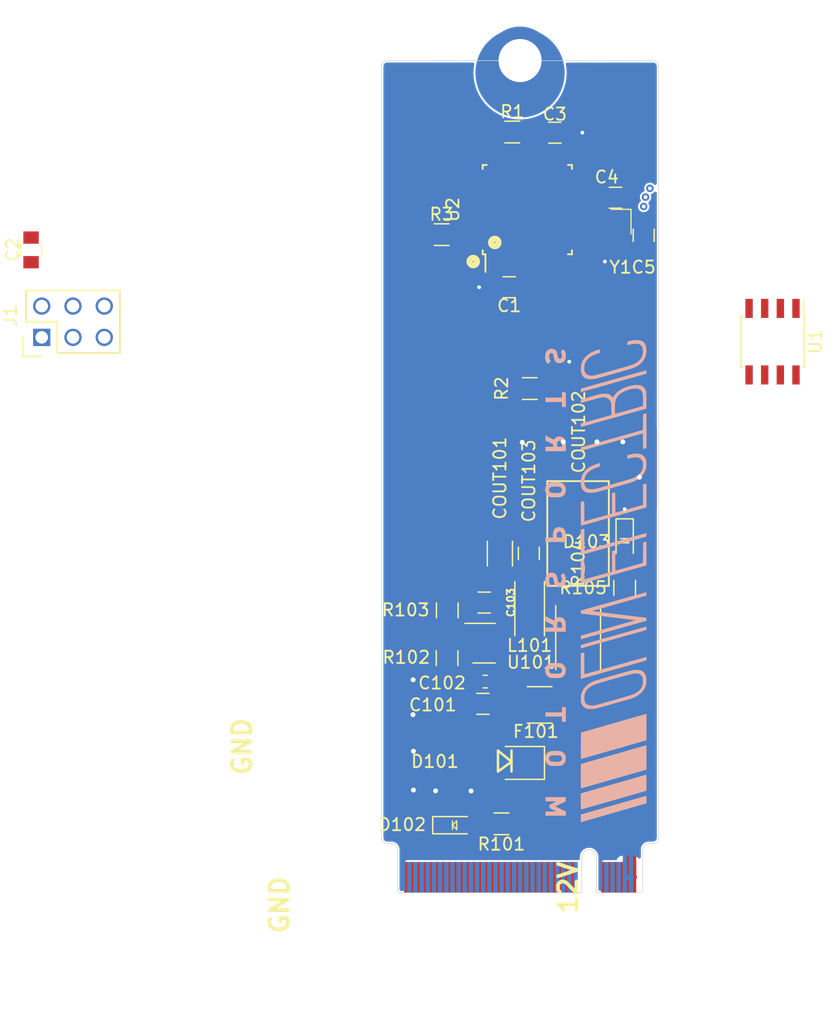
<source format=kicad_pcb>
(kicad_pcb (version 20211014) (generator pcbnew)
  (layers (0 "F.Cu" signal) (31 "B.Cu" signal) (34 "B.Paste" user) (35 "F.Paste" user) (36 "B.SilkS" user "B.Silkscreen") (37 "F.SilkS" user "F.Silkscreen") (38 "B.Mask" user) (39 "F.Mask" user) (44 "Edge.Cuts" user))
  (net 0 "")
  (net 1 "GND")
  (net 2 "Net-(C101-Pad1)")
  (net 3 "Net-(C103-Pad2)")
  (net 4 "Net-(C103-Pad1)")
  (net 5 "Net-(COUT101-Pad1)")
  (net 6 "Net-(D102-Pad2)")
  (net 7 "Net-(D103-Pad2)")
  (net 8 "Net-(R102-Pad1)")
  (net 9 "+5V")
  (net 10 "+BATT")
  (net 11 "Net-(C3-Pad1)")
  (net 12 "Net-(C4-Pad1)")
  (net 13 "Net-(C5-Pad1)")
  (net 14 "/MISO")
  (net 15 "/SCK")
  (net 16 "/MOSI")
  (net 17 "/RESET")
  (net 18 "/CAN_+")
  (net 19 "/CAN_-")
  (net 20 "/CAN_TX")
  (net 21 "/CAN_RX")
  (footprint "footprints:Fuse_1210" (layer "F.Cu") (at 180.07052 136.62614)
    (fp_text reference "F101" (at -0.307 2.159) (layer "F.SilkS"))
    (fp_text value "F_500mA_16V" hide)
    (pad "1" smd rect locked (at -1.45 0) (size 0.9 2.5) (layers "F.Cu" "F.Paste" "F.Mask") (net 2 "Net-(C101-Pad1)"))
    (pad "2" smd rect locked (at 1.45 0) (size 0.9 2.5) (layers "F.Cu" "F.Paste" "F.Mask") (net 10 "+BATT"))
  )
  (footprint "footprints:R_2512_OEM" (layer "F.Cu") (at 183.1976 131.16394 90)
    (fp_text reference "R104" (at 6.0532 0.00608 90) (layer "F.SilkS"))
    (fp_text value "R_0_2512" hide)
    (pad "1" smd rect locked (at -3.1 0 90) (size 1 3.2) (layers "F.Cu" "F.Paste" "F.Mask") (net 9 "+5V"))
    (pad "2" smd rect locked (at 3.1 0 90) (size 1 3.2) (layers "F.Cu" "F.Paste" "F.Mask") (net 5 "Net-(COUT101-Pad1)"))
  )
  (footprint "footprints:SOT-23-6_OEM" (layer "F.Cu") (at 175.55732 131.61454)
    (fp_text reference "U101" (at 3.8092 1.5526) (layer "F.SilkS"))
    (fp_text value "TPS560430YF" hide)
    (pad "1" smd rect locked (at -1.1 -0.95) (size 1.06 0.65) (layers "F.Cu" "F.Paste" "F.Mask") (net 4 "Net-(C103-Pad1)"))
    (pad "2" smd rect locked (at -1.1 0) (size 1.06 0.65) (layers "F.Cu" "F.Paste" "F.Mask") (net 1 "GND"))
    (pad "3" smd rect locked (at -1.1 0.95) (size 1.06 0.65) (layers "F.Cu" "F.Paste" "F.Mask") (net 8 "Net-(R102-Pad1)"))
    (pad "4" smd rect locked (at 1.1 0.95) (size 1.06 0.65) (layers "F.Cu" "F.Paste" "F.Mask") (net 2 "Net-(C101-Pad1)"))
    (pad "5" smd rect locked (at 1.1 0) (size 1.06 0.65) (layers "F.Cu" "F.Paste" "F.Mask") (net 2 "Net-(C101-Pad1)"))
    (pad "6" smd rect locked (at 1.1 -0.95) (size 1.06 0.65) (layers "F.Cu" "F.Paste" "F.Mask") (net 3 "Net-(C103-Pad2)"))
  )
  (footprint "footprints:R_0805_OEM" (layer "F.Cu") (at 186.97592 127.12374 90)
    (fp_text reference "R105" (at 0 -3.375) (layer "F.SilkS"))
    (fp_text value "R_200" hide)
    (pad "1" smd rect locked (at -0.95 0 90) (size 0.7 1.3) (layers "F.Cu" "F.Paste" "F.Mask") (net 5 "Net-(COUT101-Pad1)"))
    (pad "2" smd rect locked (at 0.95 0 90) (size 0.7 1.3) (layers "F.Cu" "F.Paste" "F.Mask") (net 7 "Net-(D103-Pad2)"))
  )
  (footprint "footprints:R_0805_OEM" (layer "F.Cu") (at 172.555 132.83392 -90)
    (fp_text reference "R102" (at -0.06678 3.31348) (layer "F.SilkS"))
    (fp_text value "R_25K" hide)
    (pad "1" smd rect locked (at -0.95 0 270) (size 0.7 1.3) (layers "F.Cu" "F.Paste" "F.Mask") (net 8 "Net-(R102-Pad1)"))
    (pad "2" smd rect locked (at 0.95 0 270) (size 0.7 1.3) (layers "F.Cu" "F.Paste" "F.Mask") (net 1 "GND"))
  )
  (footprint "footprints:Fuse_1812" (layer "F.Cu") (at 183.19252 125.46284 90)
    (fp_text reference "COUT102" (at 10.9957 0.049 90) (layer "F.SilkS"))
    (fp_text value "C_33uF" hide)
    (pad "1" smd rect (at 0 0 90) (size 1.78 3.5) (layers "F.Cu" "F.Paste" "F.Mask") (net 5 "Net-(COUT101-Pad1)"))
    (pad "2" smd rect (at 5.28 0 90) (size 1.78 3.5) (layers "F.Cu" "F.Paste" "F.Mask") (net 1 "GND"))
  )
  (footprint "footprints:C_0805_OEM" (layer "F.Cu") (at 179.19202 124.31984 90)
    (fp_text reference "COUT103" (at 5.8777 -0.0005 90) (layer "F.SilkS"))
    (fp_text value "C_47uF" hide)
    (pad "1" smd rect locked (at -1 0 90) (size 1 1.25) (layers "F.Cu" "F.Paste" "F.Mask") (net 5 "Net-(COUT101-Pad1)"))
    (pad "2" smd rect locked (at 1 0 90) (size 1 1.25) (layers "F.Cu" "F.Paste" "F.Mask") (net 1 "GND"))
  )
  (footprint "footprints:DO-214AA" (layer "F.Cu") (at 177.28702 141.33784 180)
    (fp_text reference "D101" (at 5.7205 0.1207) (layer "F.SilkS"))
    (fp_text value "D_Zener_18V" hide)
    (pad "1" smd rect locked (at -2.032 0) (size 1.778 2.159) (layers "F.Cu" "F.Paste" "F.Mask") (net 2 "Net-(C101-Pad1)"))
    (pad "2" smd rect locked (at 2.032 0) (size 1.778 2.159) (layers "F.Cu" "F.Paste" "F.Mask") (net 1 "GND"))
  )
  (footprint "footprints:LED_0805_OEM" (layer "F.Cu") (at 186.97592 123.32374 -90)
    (fp_text reference "D103" (at 0.05 3.1) (layer "F.SilkS"))
    (fp_text value "LED_0805" hide)
    (pad "1" smd rect locked (at -1.1 0 90) (size 1.2 1.2) (layers "F.Cu" "F.Paste" "F.Mask") (net 1 "GND"))
    (pad "2" smd rect locked (at 1.1 0 90) (size 1.2 1.2) (layers "F.Cu" "F.Paste" "F.Mask") (net 7 "Net-(D103-Pad2)"))
  )
  (footprint "footprints:C_1206_OEM" (layer "F.Cu") (at 176.84252 124.34384 90)
    (fp_text reference "COUT101" (at 6.1267 -0.001 90) (layer "F.SilkS"))
    (fp_text value "C_22uF" hide)
    (pad "1" smd rect locked (at -1.5 0 90) (size 1 1.6) (layers "F.Cu" "F.Paste" "F.Mask") (net 5 "Net-(COUT101-Pad1)"))
    (pad "2" smd rect locked (at 1.5 0 90) (size 1 1.6) (layers "F.Cu" "F.Paste" "F.Mask") (net 1 "GND"))
  )
  (footprint "footprints:LED_0805_OEM" (layer "F.Cu") (at 173.19152 146.39214)
    (fp_text reference "D102" (at -4.275 -0.05) (layer "F.SilkS"))
    (fp_text value "LED_0805" hide)
    (pad "1" smd rect locked (at -1.1 0 180) (size 1.2 1.2) (layers "F.Cu" "F.Paste" "F.Mask") (net 1 "GND"))
    (pad "2" smd rect locked (at 1.1 0 180) (size 1.2 1.2) (layers "F.Cu" "F.Paste" "F.Mask") (net 6 "Net-(D102-Pad2)"))
  )
  (footprint "footprints:C_0805_OEM" (layer "F.Cu") (at 175.57252 128.32034)
    (fp_text reference "C103" (at 2.159 0.0032 90) (layer "F.SilkS") (effects (font (size 0.6 0.6))))
    (fp_text value "C_0.1uF" hide)
    (pad "1" smd rect locked (at -1 0) (size 1 1.25) (layers "F.Cu" "F.Paste" "F.Mask") (net 4 "Net-(C103-Pad1)"))
    (pad "2" smd rect locked (at 1 0) (size 1 1.25) (layers "F.Cu" "F.Paste" "F.Mask") (net 3 "Net-(C103-Pad2)"))
  )
  (footprint "footprints:R_0805_OEM" (layer "F.Cu") (at 172.57024 128.94772 -90)
    (fp_text reference "R103" (at -0.03058 3.37872) (layer "F.SilkS"))
    (fp_text value "R_100K" hide)
    (pad "1" smd rect locked (at -0.95 0 270) (size 0.7 1.3) (layers "F.Cu" "F.Paste" "F.Mask") (net 5 "Net-(COUT101-Pad1)"))
    (pad "2" smd rect locked (at 0.95 0 270) (size 0.7 1.3) (layers "F.Cu" "F.Paste" "F.Mask") (net 8 "Net-(R102-Pad1)"))
  )
  (footprint "footprints:C_0805_OEM" (layer "F.Cu") (at 175.46152 136.53978 180)
    (fp_text reference "C101" (at 4.064 -0.08636) (layer "F.SilkS"))
    (fp_text value "C_0.1uF" hide)
    (pad "1" smd rect locked (at -1 0 180) (size 1 1.25) (layers "F.Cu" "F.Paste" "F.Mask") (net 2 "Net-(C101-Pad1)"))
    (pad "2" smd rect locked (at 1 0 180) (size 1 1.25) (layers "F.Cu" "F.Paste" "F.Mask") (net 1 "GND"))
  )
  (footprint "footprints:C_0603_1608Metric" (layer "F.Cu") (at 175.65202 134.73384 180)
    (fp_text reference "C102" (at 3.5085 -0.1143) (layer "F.SilkS"))
    (fp_text value "C_2.2uF")
    (pad "1" smd roundrect locked (at -0.7875 0 180) (size 0.875 0.95) (layers "F.Cu" "F.Paste" "F.Mask") (net 2 "Net-(C101-Pad1)"))
    (pad "2" smd roundrect locked (at 0.7875 0 180) (size 0.875 0.95) (layers "F.Cu" "F.Paste" "F.Mask") (net 1 "GND"))
  )
  (footprint "footprints:L_100uH_OEM" (layer "F.Cu") (at 179.25806 128.81544 90)
    (fp_text reference "L101" (at -2.9847 -0.00254) (layer "F.SilkS"))
    (fp_text value "L_100uH" hide)
    (pad "1" smd rect (at -1.6 0 90) (size 1.2 2) (layers "F.Cu" "F.Paste" "F.Mask") (net 3 "Net-(C103-Pad2)"))
    (pad "2" smd rect (at 1.6 0 90) (size 1.2 2) (layers "F.Cu" "F.Paste" "F.Mask") (net 5 "Net-(COUT101-Pad1)"))
  )
  (footprint "footprints:R_0805_OEM" (layer "F.Cu") (at 176.96952 146.27814 180)
    (fp_text reference "R101" (at 0 -1.65) (layer "F.SilkS"))
    (fp_text value "R_1K" hide)
    (pad "1" smd rect locked (at -0.95 0 180) (size 0.7 1.3) (layers "F.Cu" "F.Paste" "F.Mask") (net 2 "Net-(C101-Pad1)"))
    (pad "2" smd rect locked (at 0.95 0 180) (size 0.7 1.3) (layers "F.Cu" "F.Paste" "F.Mask") (net 6 "Net-(D102-Pad2)"))
  )
  (footprint "footprints:SOIC-8_3.9x4.9mm_Pitch1.27mm_OEM" (layer "F.Cu") (at 198.9836 107.1372 -90)
    (fp_text reference "U1" (at 0 -3.5 90) (layer "F.SilkS"))
    (fp_text value "MCP2561-E_SN" hide)
    (pad "1" smd rect locked (at -2.7 -1.905 270) (size 1.55 0.6) (layers "F.Cu" "F.Paste" "F.Mask") (net 20 "/CAN_TX"))
    (pad "2" smd rect locked (at -2.7 -0.635 270) (size 1.55 0.6) (layers "F.Cu" "F.Paste" "F.Mask") (net 1 "GND"))
    (pad "3" smd rect locked (at -2.7 0.635 270) (size 1.55 0.6) (layers "F.Cu" "F.Paste" "F.Mask") (net 9 "+5V"))
    (pad "4" smd rect locked (at -2.7 1.905 270) (size 1.55 0.6) (layers "F.Cu" "F.Paste" "F.Mask") (net 21 "/CAN_RX"))
    (pad "5" smd rect locked (at 2.7 1.905 270) (size 1.55 0.6) (layers "F.Cu" "F.Paste" "F.Mask"))
    (pad "6" smd rect locked (at 2.7 0.635 270) (size 1.55 0.6) (layers "F.Cu" "F.Paste" "F.Mask") (net 19 "/CAN_-"))
    (pad "7" smd rect locked (at 2.7 -0.635 270) (size 1.55 0.6) (layers "F.Cu" "F.Paste" "F.Mask") (net 18 "/CAN_+"))
    (pad "8" smd rect locked (at 2.7 -1.905 270) (size 1.55 0.6) (layers "F.Cu" "F.Paste" "F.Mask") (net 1 "GND"))
  )
  (footprint "footprints:R_0805_OEM" (layer "F.Cu") (at 179.2732 110.9472 180)
    (fp_text reference "R2" (at 2.286 0 90) (layer "F.SilkS"))
    (fp_text value "R_120_DNP" hide)
    (pad "1" smd rect locked (at -0.95 0 180) (size 0.7 1.3) (layers "F.Cu" "F.Paste" "F.Mask") (net 18 "/CAN_+"))
    (pad "2" smd rect locked (at 0.95 0 180) (size 0.7 1.3) (layers "F.Cu" "F.Paste" "F.Mask") (net 19 "/CAN_-"))
  )
  (footprint "footprints:M.2_BoardEdge" (layer "F.Cu") (at 167.6908 147.8788)
    (fp_text reference "J2" hide)
    (fp_text value "M.2_BoardEdge" hide)
    (fp_circle (center 10.79 -62.561786) (end 13.79 -62.561786) (layer "B.Cu") (width 1.25) (fill none))
    (fp_poly (pts (xy 13.34 -60.011786) (xy 8.24 -60.011786) (xy 8.24 -65.111786) (xy 13.34 -65.111786)) (layer "B.Cu") (width 0) (fill solid))
    (fp_line (start 20.75 3.8) (end 20.75 0.5) (layer "Edge.Cuts") (width 0.05))
    (fp_line (start 21.59 -63.5508) (end 0 -63.561786) (layer "Edge.Cuts") (width 0.05))
    (fp_line (start 1.05 4) (end 15.8 4) (layer "Edge.Cuts") (width 0.05))
    (fp_line (start 0 0) (end 0.35 0) (layer "Edge.Cuts") (width 0.05))
    (fp_line (start 0.85 0.5) (end 0.85 3.8) (layer "Edge.Cuts") (width 0.05))
    (fp_line (start 17 4) (end 20.55 4) (layer "Edge.Cuts") (width 0.05))
    (fp_line (start 17 1.1) (end 17 4) (layer "Edge.Cuts") (width 0.05))
    (fp_line (start 21.25 0) (end 21.59 0) (layer "Edge.Cuts") (width 0.05))
    (fp_line (start 15.8 1.1) (end 15.8 4) (layer "Edge.Cuts") (width 0.05))
    (fp_arc (start 20.75 0.5) (mid 20.896447 0.146447) (end 21.25 0) (layer "Edge.Cuts") (width 0.05))
    (fp_arc (start 16.4 0.5) (mid 16.824264 0.675736) (end 17 1.1) (layer "Edge.Cuts") (width 0.05))
    (fp_arc (start 1.05 4) (mid 0.908579 3.941421) (end 0.85 3.8) (layer "Edge.Cuts") (width 0.05))
    (fp_arc (start 15.8 1.1) (mid 15.975736 0.675736) (end 16.4 0.5) (layer "Edge.Cuts") (width 0.05))
    (fp_arc (start 20.75 3.8) (mid 20.691421 3.941421) (end 20.55 4) (layer "Edge.Cuts") (width 0.05))
    (fp_arc (start 0.35 0) (mid 0.703553 0.146447) (end 0.85 0.5) (layer "Edge.Cuts") (width 0.05))
    (pad "MOUNTING-HOLE" thru_hole circle locked (at 10.79 -63.561786) (size 5.5 5.5) (drill 3.5) (layers *.Cu *.Mask) (net 1 "GND"))
    (pad "P$1" smd rect (at 20.05 2.75) (size 0.35 2.5) (layers "F.Cu" "F.Paste" "F.Mask") (net 10 "+BATT"))
    (pad "P$2" smd rect (at 19.8 2.75) (size 0.35 2.5) (layers "B.Cu" "B.Paste" "B.Mask") (net 1 "GND"))
    (pad "P$3" smd rect (at 19.55 2.75) (size 0.35 2.5) (layers "F.Cu" "F.Paste" "F.Mask") (net 10 "+BATT"))
    (pad "P$4" smd rect (at 19.3 2.75) (size 0.35 2.5) (layers "B.Cu" "B.Paste" "B.Mask") (net 1 "GND"))
    (pad "P$5" smd rect (at 19.05 2.75) (size 0.35 2.5) (layers "F.Cu" "F.Paste" "F.Mask") (net 18 "/CAN_+"))
    (pad "P$6" smd rect (at 18.8 2.75) (size 0.35 2.5) (layers "B.Cu" "B.Paste" "B.Mask"))
    (pad "P$7" smd rect (at 18.55 2.75) (size 0.35 2.5) (layers "F.Cu" "F.Paste" "F.Mask") (net 19 "/CAN_-"))
    (pad "P$8" smd rect (at 18.3 2.75) (size 0.35 2.5) (layers "B.Cu" "B.Paste" "B.Mask"))
    (pad "P$9" smd rect (at 18.05 2.75) (size 0.35 2.5) (layers "F.Cu" "F.Paste" "F.Mask"))
    (pad "P$10" smd rect (at 17.8 2.75) (size 0.35 2.5) (layers "B.Cu" "B.Paste" "B.Mask"))
    (pad "P$11" smd rect (at 17.55 2.75) (size 0.35 2.5) (layers "F.Cu" "F.Paste" "F.Mask"))
    (pad "P$20" smd rect (at 15.3 2.75) (size 0.35 2.5) (layers "B.Cu" "B.Paste" "B.Mask"))
    (pad "P$21" smd rect (at 15.05 2.75) (size 0.35 2.5) (layers "F.Cu" "F.Paste" "F.Mask"))
    (pad "P$22" smd rect (at 14.8 2.75) (size 0.35 2.5) (layers "B.Cu" "B.Paste" "B.Mask"))
    (pad "P$23" smd rect (at 14.55 2.75) (size 0.35 2.5) (layers "F.Cu" "F.Paste" "F.Mask"))
    (pad "P$24" smd rect (at 14.3 2.75) (size 0.35 2.5) (layers "B.Cu" "B.Paste" "B.Mask"))
    (pad "P$25" smd rect (at 14.05 2.75) (size 0.35 2.5) (layers "F.Cu" "F.Paste" "F.Mask"))
    (pad "P$26" smd rect (at 13.8 2.75) (size 0.35 2.5) (layers "B.Cu" "B.Paste" "B.Mask"))
    (pad "P$27" smd rect (at 13.55 2.75) (size 0.35 2.5) (layers "F.Cu" "F.Paste" "F.Mask"))
    (pad "P$28" smd rect (at 13.3 2.75) (size 0.35 2.5) (layers "B.Cu" "B.Paste" "B.Mask"))
    (pad "P$29" smd rect (at 13.05 2.75) (size 0.35 2.5) (layers "F.Cu" "F.Paste" "F.Mask"))
    (pad "P$30" smd rect (at 12.8 2.75) (size 0.35 2.5) (layers "B.Cu" "B.Paste" "B.Mask"))
    (pad "P$31" smd rect (at 12.55 2.75) (size 0.35 2.5) (layers "F.Cu" "F.Paste" "F.Mask"))
    (pad "P$32" smd rect (at 12.3 2.75) (size 0.35 2.5) (layers "B.Cu" "B.Paste" "B.Mask"))
    (pad "P$33" smd rect (at 12.05 2.75) (size 0.35 2.5) (layers "F.Cu" "F.Paste" "F.Mask"))
    (pad "P$34" smd rect (at 11.8 2.75) (size 0.35 2.5) (layers "B.Cu" "B.Paste" "B.Mask"))
    (pad "P$35" smd rect (at 11.55 2.75) (size 0.35 2.5) (layers "F.Cu" "F.Paste" "F.Mask"))
    (pad "P$36" smd rect (at 11.3 2.75) (size 0.35 2.5) (layers "B.Cu" "B.Paste" "B.Mask"))
    (pad "P$37" smd rect (at 11.05 2.75) (size 0.35 2.5) (layers "F.Cu" "F.Paste" "F.Mask"))
    (pad "P$38" smd rect (at 10.8 2.75) (size 0.35 2.5) (layers "B.Cu" "B.Paste" "B.Mask"))
    (pad "P$39" smd rect (at 10.55 2.75) (size 0.35 2.5) (layers "F.Cu" "F.Paste" "F.Mask"))
    (pad "P$40" smd rect (at 10.3 2.75) (size 0.35 2.5) (layers "B.Cu" "B.Paste" "B.Mask"))
    (pad "P$41" smd rect (at 10.05 2.75) (size 0.35 2.5) (layers "F.Cu" "F.Paste" "F.Mask"))
    (pad "P$42" smd rect (at 9.8 2.75) (size 0.35 2.5) (layers "B.Cu" "B.Paste" "B.Mask"))
    (pad "P$43" smd rect (at 9.55 2.75) (size 0.35 2.5) (layers "F.Cu" "F.Paste" "F.Mask"))
    (pad "P$44" smd rect (at 9.3 2.75) (size 0.35 2.5) (layers "B.Cu" "B.Paste" "B.Mask"))
    (pad "P$45" smd rect (at 9.05 2.75) (size 0.35 2.5) (layers "F.Cu" "F.Paste" "F.Mask"))
    (pad "P$46" smd rect (at 8.8 2.75) (size 0.35 2.5) (layers "B.Cu" "B.Paste" "B.Mask"))
    (pad "P$47" smd rect (at 8.55 2.75) (size 0.35 2.5) (layers "F.Cu" "F.Paste" "F.Mask"))
    (pad "P$48" smd rect (at 8.3 2.75) (size 0.35 2.5) (layers "B.Cu" "B.Paste" "B.Mask"))
    (pad "P$49" smd rect (at 8.05 2.75) (size 0.35 2.5) (layers "F.Cu" "F.Paste" "F.Mask"))
    (pad "P$50" smd rect (at 7.8 2.75) (size 0.35 2.5) (layers "B.Cu" "B.Paste" "B.Mask"))
    (pad "P$51" smd rect (at 7.55 2.75) (size 0.35 2.5) (layers "F.Cu" "F.Paste" "F.Mask"))
    (pad "P$52" smd rect (at 7.3 2.75) (size 0.35 2.5) (layers "B.Cu" "B.Paste" "B.Mask"))
    (pad "P$53" smd rect (at 7.05 2.75) (size 0.35 2.5) (layers "F.Cu" "F.Paste" "F.Mask"))
    (pad "P$54" smd rect (at 6.8 2.75) (size 0.35 2.5) (layers "B.Cu" "B.Paste" "B.Mask"))
    (pad "P$55" smd rect (at 6.55 2.75) (size 0.35 2.5) (layers "F.Cu" "F.Paste" "F.Mask"))
    (pad "P$56" smd rect (at 6.3 2.75) (size 0.35 2.5) (layers "B.Cu" "B.Paste" "B.Mask"))
    (pad "P$57" smd rect (at 6.05 2.75) (size 0.35 2.5) (layers "F.Cu" "F.Paste" "F.Mask"))
    (pad "P$58" smd rect (at 5.8 2.75) (size 0.35 2.5) (layers "B.Cu" "B.Paste" "B.Mask"))
    (pad "P$59" smd rect (at 5.55 2.75) (size 0.35 2.5) (layers "F.Cu" "F.Paste" "F.Mask"))
    (pad "P$60" smd rect (at 5.3 2.75) (size 0.35 2.5) (layers "B.Cu" "B.Paste" "B.Mask"))
    (pad "P$61" smd rect (at 5.05 2.75) (size 0.35 2.5) (layers "F.Cu" "F.Paste" "F.Mask"))
    (pad "P$62" smd rect (at 4.8 2.75) (size 0.35 2.5) (layers "B.Cu" "B.Paste" "B.Mask"))
    (pad "P$63" smd rect (at 4.55 2.75) (size 0.35 2.5) (layers "F.Cu" "F.Paste" "F.Mask"))
    (pad "P$64" smd rect (at 4.3 2.75) (size 0.35 2.5) (layers "B.Cu" "B.Paste" "B.Mask"))
    (pad "P$65" smd rect (at 4.05 2.75) (size 0.35 2.5) (layers "F.Cu" "F.Paste" "F.Mask"))
    (pad "P$66" smd rect (at 3.8 2.75) (size 0.35 2.5) (layers "B.Cu" "B.Paste" "B.Mask"))
    (pad "P$67" smd rect (at 3.55 2.75) (size 0.35 2.5) (layers "F.Cu" "F.Paste" "F.Mask"))
    (pad "P$68" smd rect (at 3.3 2.75) (size 0.35 2.5) (layers "B.Cu" "B.Paste" "B.Mask"))
    (pad "P$69" smd rect (at 3.05 2.75) (size 0.35 2.5) (layers "F.Cu" "F.Paste" "F.Mask"))
    (pad "P$70" smd rect (at 2.8 2.75) (size 0.35 2.5) (layers "B.Cu" "B.Paste" "B.Mask"))
    (pad "P$71" smd rect (at 2.55 2.75) (size 0.35 2.5) (layers "F.Cu" "F.Paste" "F.Mask"))
    (pad "P$72" smd rect (at 2.3 2.75) (size 0.35 2.5) (layers "B.Cu" "B.Paste" "B.Mask"))
    (pad "P$73" smd rect (at 2.05 2.75) (size 0.35 2.5) (layers "F.Cu" "F.Paste" "F.Mask"))
    (pad "P$74" smd rect (at 1.8 2.75) (size 0.35 2.5) (layers "B.Cu" "B.Paste" "B.Mask"))
    (pad "P$75" smd rect (at 1.55 2.75) (size 0.35 2.5) (layers "F.Cu" "F.Paste" "F.Mask"))
  )
  (footprint "footprints:C_0805_OEM" (layer "F.Cu") (at 186.2328 95.4532)
    (fp_text reference "C4" (at -0.7112 -1.6764 180) (layer "F.SilkS"))
    (fp_text value "C_30pF" hide)
    (pad "1" smd rect locked (at -1 0) (size 1 1.25) (layers "F.Cu" "F.Paste" "F.Mask") (net 12 "Net-(C4-Pad1)"))
    (pad "2" smd rect locked (at 1 0) (size 1 1.25) (layers "F.Cu" "F.Paste" "F.Mask") (net 1 "GND"))
  )
  (footprint "footprints:C_0805_OEM" (layer "F.Cu") (at 138.7688 99.6888 90)
    (fp_text reference "C2" (at 0 -1.5 90) (layer "F.SilkS"))
    (fp_text value "C_0.1uF" hide)
    (pad "1" smd rect locked (at -1 0 90) (size 1 1.25) (layers "F.Cu" "F.Paste" "F.Mask") (net 9 "+5V"))
    (pad "2" smd rect locked (at 1 0 90) (size 1 1.25) (layers "F.Cu" "F.Paste" "F.Mask") (net 1 "GND"))
  )
  (footprint "footprints:C_0805_OEM" (layer "F.Cu") (at 177.5968 102.7176 180)
    (fp_text reference "C1" (at 0 -1.5) (layer "F.SilkS"))
    (fp_text value "C_0.1uF" hide)
    (pad "1" smd rect locked (at -1 0 180) (size 1 1.25) (layers "F.Cu" "F.Paste" "F.Mask") (net 9 "+5V"))
    (pad "2" smd rect locked (at 1 0 180) (size 1 1.25) (layers "F.Cu" "F.Paste" "F.Mask") (net 1 "GND"))
  )
  (footprint "footprints:Crystal_SMD_FA238" (layer "F.Cu") (at 185.894 98.3956 -90)
    (fp_text reference "Y1" (at 2.6964 -0.7452) (layer "F.SilkS"))
    (fp_text value "Crystal_SMD" hide)
    (pad "1" smd rect locked (at -1.1 0.8 270) (size 1.4 1.2) (layers "F.Cu" "F.Mask") (net 12 "Net-(C4-Pad1)"))
    (pad "2" smd rect locked (at 1.1 0.8 270) (size 1.4 1.2) (layers "F.Cu" "F.Mask") (net 1 "GND"))
    (pad "3" smd rect locked (at 1.1 -0.8 270) (size 1.4 1.2) (layers "F.Cu" "F.Mask") (net 13 "Net-(C5-Pad1)"))
    (pad "4" smd rect locked (at -1.1 -0.8 270) (size 1.4 1.2) (layers "F.Cu" "F.Mask") (net 1 "GND"))
  )
  (footprint "footprints:C_0805_OEM" (layer "F.Cu") (at 181.3052 90.17)
    (fp_text reference "C3" (at 0 -1.5) (layer "F.SilkS"))
    (fp_text value "C_100pF" hide)
    (pad "1" smd rect locked (at -1 0) (size 1 1.25) (layers "F.Cu" "F.Paste" "F.Mask") (net 11 "Net-(C3-Pad1)"))
    (pad "2" smd rect locked (at 1 0) (size 1 1.25) (layers "F.Cu" "F.Paste" "F.Mask") (net 1 "GND"))
  )
  (footprint "footprints:R_0805_OEM" (layer "F.Cu") (at 172.1104 98.4504)
    (fp_text reference "R3" (at 0 -1.65) (layer "F.SilkS"))
    (fp_text value "R_10K" hide)
    (pad "1" smd rect locked (at -0.95 0) (size 0.7 1.3) (layers "F.Cu" "F.Paste" "F.Mask") (net 9 "+5V"))
    (pad "2" smd rect locked (at 0.95 0) (size 0.7 1.3) (layers "F.Cu" "F.Paste" "F.Mask") (net 17 "/RESET"))
  )
  (footprint "footprints:TQFP-32_7x7mm_Pitch0.8mm" (layer "F.Cu") (at 179.07 96.4184 90)
    (fp_text reference "U2" (at 0 -6.05 90) (layer "F.SilkS"))
    (fp_text value "ATMEGA16M1" hide)
    (pad "1" smd rect locked (at -4.25 -2.8 90) (size 1.6 0.55) (layers "F.Cu" "F.Paste" "F.Mask") (net 14 "/MISO"))
    (pad "2" smd rect locked (at -4.25 -2 90) (size 1.6 0.55) (layers "F.Cu" "F.Paste" "F.Mask") (net 16 "/MOSI"))
    (pad "3" smd rect locked (at -4.25 -1.2 90) (size 1.6 0.55) (layers "F.Cu" "F.Paste" "F.Mask"))
    (pad "4" smd rect locked (at -4.25 -0.4 90) (size 1.6 0.55) (layers "F.Cu" "F.Paste" "F.Mask") (net 9 "+5V"))
    (pad "5" smd rect locked (at -4.25 0.4 90) (size 1.6 0.55) (layers "F.Cu" "F.Paste" "F.Mask") (net 1 "GND"))
    (pad "6" smd rect locked (at -4.25 1.2 90) (size 1.6 0.55) (layers "F.Cu" "F.Paste" "F.Mask") (net 20 "/CAN_TX"))
    (pad "7" smd rect locked (at -4.25 2 90) (size 1.6 0.55) (layers "F.Cu" "F.Paste" "F.Mask") (net 21 "/CAN_RX"))
    (pad "8" smd rect locked (at -4.25 2.8 90) (size 1.6 0.55) (layers "F.Cu" "F.Paste" "F.Mask"))
    (pad "9" smd rect locked (at -2.8 4.25 180) (size 1.6 0.55) (layers "F.Cu" "F.Paste" "F.Mask"))
    (pad "10" smd rect locked (at -2 4.25 180) (size 1.6 0.55) (layers "F.Cu" "F.Paste" "F.Mask") (net 13 "Net-(C5-Pad1)"))
    (pad "11" smd rect locked (at -1.2 4.25 180) (size 1.6 0.55) (layers "F.Cu" "F.Paste" "F.Mask") (net 12 "Net-(C4-Pad1)"))
    (pad "12" smd rect locked (at -0.4 4.25 180) (size 1.6 0.55) (layers "F.Cu" "F.Paste" "F.Mask") (net 15 "/SCK"))
    (pad "13" smd rect locked (at 0.4 4.25 180) (size 1.6 0.55) (layers "F.Cu" "F.Paste" "F.Mask"))
    (pad "14" smd rect locked (at 1.2 4.25 180) (size 1.6 0.55) (layers "F.Cu" "F.Paste" "F.Mask"))
    (pad "15" smd rect locked (at 2 4.25 180) (size 1.6 0.55) (layers "F.Cu" "F.Paste" "F.Mask"))
    (pad "16" smd rect locked (at 2.8 4.25 180) (size 1.6 0.55) (layers "F.Cu" "F.Paste" "F.Mask"))
    (pad "17" smd rect locked (at 4.25 2.8 90) (size 1.6 0.55) (layers "F.Cu" "F.Paste" "F.Mask"))
    (pad "18" smd rect locked (at 4.25 2 90) (size 1.6 0.55) (layers "F.Cu" "F.Paste" "F.Mask"))
    (pad "19" smd rect locked (at 4.25 1.2 90) (size 1.6 0.55) (layers "F.Cu" "F.Paste" "F.Mask") (net 11 "Net-(C3-Pad1)"))
    (pad "20" smd rect locked (at 4.25 0.4 90) (size 1.6 0.55) (layers "F.Cu" "F.Paste" "F.Mask") (net 1 "GND"))
    (pad "21" smd rect locked (at 4.25 -0.4 90) (size 1.6 0.55) (layers "F.Cu" "F.Paste" "F.Mask"))
    (pad "22" smd rect locked (at 4.25 -1.2 90) (size 1.6 0.55) (layers "F.Cu" "F.Paste" "F.Mask"))
    (pad "23" smd rect locked (at 4.25 -2 90) (size 1.6 0.55) (layers "F.Cu" "F.Paste" "F.Mask"))
    (pad "24" smd rect locked (at 4.25 -2.8 90) (size 1.6 0.55) (layers "F.Cu" "F.Paste" "F.Mask"))
    (pad "25" smd rect locked (at 2.8 -4.25 180) (size 1.6 0.55) (layers "F.Cu" "F.Paste" "F.Mask"))
    (pad "26" smd rect locked (at 2 -4.25 180) (size 1.6 0.55) (layers "F.Cu" "F.Paste" "F.Mask"))
    (pad "27" smd rect locked (at 1.2 -4.25 180) (size 1.6 0.55) (layers "F.Cu" "F.Paste" "F.Mask"))
    (pad "28" smd rect locked (at 0.4 -4.25 180) (size 1.6 0.55) (layers "F.Cu" "F.Paste" "F.Mask"))
    (pad "29" smd rect locked (at -0.4 -4.25 180) (size 1.6 0.55) (layers "F.Cu" "F.Paste" "F.Mask"))
    (pad "30" smd rect locked (at -1.2 -4.25 180) (size 1.6 0.55) (layers "F.Cu" "F.Paste" "F.Mask"))
    (pad "31" smd rect locked (at -2 -4.25 180) (size 1.6 0.55) (layers "F.Cu" "F.Paste" "F.Mask") (net 17 "/RESET"))
    (pad "32" smd rect locked (at -2.8 -4.25 180) (size 1.6 0.55) (layers "F.Cu" "F.Paste" "F.Mask"))
  )
  (footprint "footprints:C_0805_OEM" (layer "F.Cu") (at 188.5188 98.5012 90)
    (fp_text reference "C5" (at -2.5908 0 180) (layer "F.SilkS"))
    (fp_text value "C_30pF" hide)
    (pad "1" smd rect locked (at -1 0 90) (size 1 1.25) (layers "F.Cu" "F.Paste" "F.Mask") (net 13 "Net-(C5-Pad1)"))
    (pad "2" smd rect locked (at 1 0 90) (size 1 1.25) (layers "F.Cu" "F.Paste" "F.Mask") (net 1 "GND"))
  )
  (footprint "footprints:Pin_Header_Straight_2x03" (layer "F.Cu") (at 139.6338 106.7888 90)
    (fp_text reference "J1" (at 1.778 -2.54 90) (layer "F.SilkS"))
    (fp_text value "CONN_02X03" hide)
    (pad "1" thru_hole rect locked (at 0 0 90) (size 1.4 1.4) (drill 1.016) (layers *.Cu *.Mask) (net 14 "/MISO"))
    (pad "2" thru_hole circle locked (at 2.54 0 90) (size 1.4 1.4) (drill 1.016) (layers *.Cu *.Mask) (net 9 "+5V"))
    (pad "3" thru_hole circle locked (at 0 2.54 90) (size 1.4 1.4) (drill 1.016) (layers *.Cu *.Mask) (net 15 "/SCK"))
    (pad "4" thru_hole circle locked (at 2.54 2.54 90) (size 1.4 1.4) (drill 1.016) (layers *.Cu *.Mask) (net 16 "/MOSI"))
    (pad "5" thru_hole circle locked (at 0 5.08 90) (size 1.4 1.4) (drill 1.016) (layers *.Cu *.Mask) (net 17 "/RESET"))
    (pad "6" thru_hole circle locked (at 2.54 5.08 90) (size 1.4 1.4) (drill 1.016) (layers *.Cu *.Mask) (net 1 "GND"))
  )
  (footprint "footprints:R_0805_OEM" (layer "F.Cu") (at 177.8508 90.1192)
    (fp_text reference "R1" (at 0 -1.65) (layer "F.SilkS"))
    (fp_text value "R_100" hide)
    (pad "1" smd rect locked (at -0.95 0) (size 0.7 1.3) (layers "F.Cu" "F.Paste" "F.Mask") (net 9 "+5V"))
    (pad "2" smd rect locked (at 0.95 0) (size 0.7 1.3) (layers "F.Cu" "F.Paste" "F.Mask") (net 11 "Net-(C3-Pad1)"))
  )
  (footprint "footprints:Logo_Large" (layer "B.Cu") (at 184.6326 126.5936 90)
    (fp_text reference "G***" hide)
    (fp_text value "LOGO" hide)
  )
  (gr_arc locked (start 167.2336 84.774214) (mid 167.367511 84.450925) (end 167.6908 84.317014) (layer "Edge.Cuts") (width 0.05))
  (gr_arc locked (start 167.6908 147.8788) (mid 167.367511 147.744889) (end 167.2336 147.4216) (layer "Edge.Cuts") (width 0.05))
  (gr_arc locked (start 189.738 147.4216) (mid 189.604089 147.744889) (end 189.2808 147.8788) (layer "Edge.Cuts") (width 0.05))
  (gr_arc locked (start 189.2808 84.328) (mid 189.604089 84.461911) (end 189.738 84.7852) (layer "Edge.Cuts") (width 0.05))
  (gr_line locked (start 167.2336 147.4216) (end 167.2336 84.774214) (layer "Edge.Cuts") (width 0.05))
  (gr_line locked (start 189.738 147.4216) (end 189.738 84.7852) (layer "Edge.Cuts") (width 0.05))
  (gr_text "GND" (at 158.9532 152.8572 90) (layer "F.SilkS") (effects (font (size 1.5 1.5) (thickness 0.3))))
  (gr_text "12V" (at 182.38724 151.46274 90) (layer "F.SilkS") (effects (font (size 1.5 1.5) (thickness 0.3))))
  (gr_text "GND" (at 155.9052 140.0048 90) (layer "F.SilkS") (effects (font (size 1.5 1.5) (thickness 0.3))))
  (via (at 188.5188 96.1644) (size 0.6096) (drill 0.3048) (layers "F.Cu" "B.Cu") (net 0))
  (via (at 189.0268 94.6912) (size 0.6096) (drill 0.3048) (layers "F.Cu" "B.Cu") (net 0))
  (via (at 188.6712 95.4024) (size 0.6096) (drill 0.3048) (layers "F.Cu" "B.Cu") (net 0))
  (segment (start 172.09152 144.07476) (end 171.62028 143.60352) (width 0.254) (layer "F.Cu") (net 1))
  (segment (start 179.31702 123.31984) (end 182.45402 120.18284) (width 0.254) (layer "F.Cu") (net 1))
  (segment (start 169.78386 140.34724) (end 169.82196 140.38534) (width 0.381) (layer "F.Cu") (net 1))
  (segment (start 182.466 108.7704) (end 182.4736 108.7628) (width 0.1524) (layer "F.Cu") (net 1))
  (segment (start 173.8271 133.78392) (end 174.65202 134.60884) (width 0.254) (layer "F.Cu") (net 1))
  (segment (start 183.19252 116.47378) (end 181.9911 115.27236) (width 0.254) (layer "F.Cu") (net 1))
  (segment (start 175.266721 133.240139) (end 175.266721 131.639941) (width 0.254) (layer "F.Cu") (net 1))
  (segment (start 178.71602 122.84384) (end 179.19202 123.31984) (width 0.254) (layer "F.Cu") (net 1))
  (segment (start 171.55678 143.54002) (end 171.62028 143.60352) (width 0.381) (layer "F.Cu") (net 1))
  (segment (start 175.25502 142.86184) (end 174.50064 143.61622) (width 0.254) (layer "F.Cu") (net 1))
  (segment (start 172.09152 146.39214) (end 172.09152 144.07476) (width 0.254) (layer "F.Cu") (net 1))
  (segment (start 174.65202 134.60884) (end 174.65202 134.73384) (width 0.254) (layer "F.Cu") (net 1))
  (segment (start 174.65202 134.73384) (end 174.65202 133.85484) (width 0.254) (layer "F.Cu") (net 1))
  (segment (start 181.1782 108.7704) (end 182.466 108.7704) (width 0.1524) (layer "F.Cu") (net 1))
  (segment (start 179.19202 123.31984) (end 179.31702 123.31984) (width 0.254) (layer "F.Cu") (net 1))
  (segment (start 176.84252 122.84384) (end 178.71602 122.84384) (width 0.254) (layer "F.Cu") (net 1))
  (segment (start 183.19252 120.18284) (end 183.19252 116.47378) (width 0.254) (layer "F.Cu") (net 1))
  (segment (start 174.65202 133.85484) (end 175.266721 133.240139) (width 0.254) (layer "F.Cu") (net 1))
  (segment (start 172.555 133.78392) (end 170.59916 133.78392) (width 0.254) (layer "F.Cu") (net 1))
  (segment (start 175.25502 141.33784) (end 175.25502 142.86184) (width 0.254) (layer "F.Cu") (net 1))
  (segment (start 174.9552 136.53978) (end 174.9552 135.03702) (width 0.254) (layer "F.Cu") (net 1))
  (segment (start 175.25502 141.52834) (end 175.25502 141.33784) (width 0.1524) (layer "F.Cu") (net 1))
  (segment (start 174.9552 135.03702) (end 174.65202 134.73384) (width 0.254) (layer "F.Cu") (net 1))
  (segment (start 176.5968 102.7176) (end 175.1584 102.7176) (width 0.1524) (layer "F.Cu") (net 1))
  (segment (start 172.555 133.78392) (end 173.8271 133.78392) (width 0.254) (layer "F.Cu") (net 1))
  (segment (start 186.97592 122.22374) (end 186.97592 120.73814) (width 0.254) (layer "F.Cu") (net 1))
  (segment (start 185.344 100.6096) (end 185.3692 100.6348) (width 0.1524) (layer "F.Cu") (net 1))
  (segment (start 174.50064 142.09222) (end 175.25502 141.33784) (width 0.381) (layer "F.Cu") (net 1))
  (segment (start 186.82726 115.27236) (end 186.92886 115.17076) (width 0.25) (layer "F.Cu") (net 1))
  (segment (start 185.344 99.2456) (end 185.344 100.6096) (width 0.1524) (layer "F.Cu") (net 1))
  (segment (start 182.45402 120.18284) (end 183.19252 120.18284) (width 0.254) (layer "F.Cu") (net 1))
  (segment (start 175.266721 131.639941) (end 175.24132 131.61454) (width 0.254) (layer "F.Cu") (net 1))
  (segment (start 175.24132 131.61454) (end 174.45732 131.61454) (width 0.254) (layer "F.Cu") (net 1))
  (segment (start 182.3052 90.17) (end 183.5404 90.17) (width 0.1524) (layer "F.Cu") (net 1))
  (segment (start 170.59916 133.78392) (end 169.79656 134.58652) (width 0.254) (layer "F.Cu") (net 1))
  (segment (start 179.4764 100.6748) (end 179.47 100.6684) (width 0.1524) (layer "F.Cu") (net 1))
  (via (at 185.3692 100.6348) (size 0.6096) (drill 0.3048) (layers "F.Cu" "B.Cu") (net 1))
  (via (at 174.50064 143.61622) (size 0.8) (drill 0.4) (layers "F.Cu" "B.Cu") (net 1))
  (via (at 186.82726 115.27236) (size 0.8) (drill 0.4) (layers "F.Cu" "B.Cu") (net 1))
  (via (at 184.72668 115.27236) (size 0.8) (drill 0.4) (layers "F.Cu" "B.Cu") (net 1))
  (via (at 169.82196 140.38534) (size 0.8) (drill 0.4) (layers "F.Cu" "B.Cu") (net 1))
  (via (at 186.97592 120.73814) (size 0.6096) (drill 0.3048) (layers "F.Cu" "B.Cu") (net 1))
  (via (at 183.5404 90.17) (size 0.6096) (drill 0.3048) (layers "F.Cu" "B.Cu") (net 1))
  (via (at 178.65608 115.30792) (size 0.8) (drill 0.4) (layers "F.Cu" "B.Cu") (net 1))
  (via (at 182.4736 108.7628) (size 0.6096) (drill 0.3048) (layers "F.Cu" "B.Cu") (net 1))
  (via (at 171.62028 143.60352) (size 0.8) (drill 0.4) (layers "F.Cu" "B.Cu") (net 1))
  (via (at 169.78386 137.41608) (size 0.8) (drill 0.4) (layers "F.Cu" "B.Cu") (net 1))
  (via (at 169.82196 143.54002) (size 0.8) (drill 0.4) (layers "F.Cu" "B.Cu") (net 1))
  (via (at 188.18108 118.13748) (size 0.8) (drill 0.4) (layers "F.Cu" "B.Cu") (net 1))
  (via (at 175.1584 102.7176) (size 0.6096) (drill 0.3048) (layers "F.Cu" "B.Cu") (net 1))
  (via (at 181.9911 115.27236) (size 0.8) (drill 0.4) (layers "F.Cu" "B.Cu") (net 1))
  (via (at 169.79656 134.58652) (size 0.8) (drill 0.4) (layers "F.Cu" "B.Cu") (net 1))
  (segment (start 174.48794 143.60352) (end 174.50064 143.61622) (width 0.381) (layer "B.Cu") (net 1))
  (segment (start 181.95554 115.30792) (end 181.9911 115.27236) (width 0.25) (layer "B.Cu") (net 1))
  (segment (start 186.82726 115.27236) (end 186.261575 115.27236) (width 0.25) (layer "B.Cu") (net 1))
  (segment (start 186.261575 115.27236) (end 186.259035 115.26982) (width 0.25) (layer "B.Cu") (net 1))
  (segment (start 171.62028 143.60352) (end 174.48794 143.60352) (width 0.381) (layer "B.Cu") (net 1))
  (segment (start 169.82196 140.951025) (end 169.82196 143.54002) (width 0.381) (layer "B.Cu") (net 1))
  (segment (start 169.82196 140.38534) (end 169.82196 140.951025) (width 0.381) (layer "B.Cu") (net 1))
  (segment (start 186.259035 115.26982) (end 184.72922 115.26982) (width 0.25) (layer "B.Cu") (net 1))
  (segment (start 184.72922 115.26982) (end 184.72668 115.27236) (width 0.25) (layer "B.Cu") (net 1))
  (segment (start 178.65608 115.30792) (end 181.95554 115.30792) (width 0.25) (layer "B.Cu") (net 1))
  (segment (start 169.79656 134.58652) (end 169.79656 137.40338) (width 0.381) (layer "B.Cu") (net 1))
  (segment (start 169.79656 137.40338) (end 169.78386 137.41608) (width 0.381) (layer "B.Cu") (net 1))
  (segment (start 179.48666 141.50548) (end 179.31902 141.33784) (width 0.381) (layer "F.Cu") (net 2))
  (segment (start 176.5302 137.11478) (end 176.5302 136.53978) (width 0.254) (layer "F.Cu") (net 2))
  (segment (start 176.65732 132.56454) (end 176.65732 131.61454) (width 0.381) (layer "F.Cu") (net 2))
  (segment (start 179.36666 141.38548) (end 179.31902 141.33784) (width 0.381) (layer "F.Cu") (net 2))
  (segment (start 176.5302 134.85566) (end 176.65202 134.73384) (width 0.254) (layer "F.Cu") (net 2))
  (segment (start 179.31902 139.73764) (end 178.62052 139.03914) (width 0.381) (layer "F.Cu") (net 2))
  (segment (start 178.53416 136.53978) (end 178.62052 136.62614) (width 0.381) (layer "F.Cu") (net 2))
  (segment (start 177.94152 146.09214) (end 176.5302 144.68082) (width 0.254) (layer "F.Cu") (net 2))
  (segment (start 179.31902 141.33784) (end 179.31902 139.73764) (width 0.381) (layer "F.Cu") (net 2))
  (segment (start 176.65202 134.73384) (end 176.65202 132.56984) (width 0.254) (layer "F.Cu") (net 2))
  (segment (start 176.46152 136.53978) (end 178.53416 136.53978) (width 0.381) (layer "F.Cu") (net 2))
  (segment (start 177.94152 146.39214) (end 177.94152 146.09214) (width 0.254) (layer "F.Cu") (net 2))
  (segment (start 176.5302 136.53978) (end 176.5302 134.85566) (width 0.254) (layer "F.Cu") (net 2))
  (segment (start 178.62052 139.03914) (end 178.62052 136.62614) (width 0.381) (layer "F.Cu") (net 2))
  (segment (start 176.5302 144.68082) (end 176.5302 137.11478) (width 0.254) (layer "F.Cu") (net 2))
  (segment (start 176.65202 132.56984) (end 176.65732 132.56454) (width 0.254) (layer "F.Cu") (net 2))
  (segment (start 179.25806 130.41544) (end 176.90642 130.41544) (width 0.254) (layer "F.Cu") (net 3))
  (segment (start 176.65732 130.66454) (end 176.65732 128.40514) (width 0.254) (layer "F.Cu") (net 3))
  (segment (start 179.00896 130.66454) (end 179.25806 130.41544) (width 0.25) (layer "F.Cu") (net 3))
  (segment (start 176.90642 130.41544) (end 176.65732 130.66454) (width 0.254) (layer "F.Cu") (net 3))
  (segment (start 176.65732 128.40514) (end 176.57252 128.32034) (width 0.254) (layer "F.Cu") (net 3))
  (segment (start 174.45732 128.43554) (end 174.57252 128.32034) (width 0.254) (layer "F.Cu") (net 4))
  (segment (start 174.45732 130.66454) (end 174.45732 128.43554) (width 0.254) (layer "F.Cu") (net 4))
  (segment (start 183.1976 125.46792) (end 183.19252 125.46284) (width 0.254) (layer "F.Cu") (net 5))
  (segment (start 176.84252 125.84384) (end 178.66802 125.84384) (width 0.254) (layer "F.Cu") (net 5))
  (segment (start 174.12012 125.84384) (end 172.57024 127.39372) (width 0.254) (layer "F.Cu") (net 5))
  (segment (start 172.57024 127.39372) (end 172.57024 127.99772) (width 0.254) (layer "F.Cu") (net 5))
  (segment (start 179.19202 125.31984) (end 183.04952 125.31984) (width 0.254) (layer "F.Cu") (net 5))
  (segment (start 185.38152 132.59214) (end 183.1976 130.40822) (width 0.254) (layer "F.Cu") (net 5))
  (segment (start 185.99152 132.59214) (end 185.38152 132.59214) (width 0.254) (layer "F.Cu") (net 5))
  (segment (start 179.25806 125.38588) (end 179.19202 125.31984) (width 0.254) (layer "F.Cu") (net 5))
  (segment (start 183.1976 128.06394) (end 183.1976 125.46792) (width 0.254) (layer "F.Cu") (net 5))
  (segment (start 183.05028 125.3206) (end 183.19252 125.46284) (width 0.25) (layer "F.Cu") (net 5))
  (segment (start 183.19252 128.05886) (end 183.1976 128.06394) (width 0.25) (layer "F.Cu") (net 5))
  (segment (start 178.66802 125.84384) (end 179.19202 125.31984) (width 0.254) (layer "F.Cu") (net 5))
  (segment (start 176.84252 125.84384) (end 174.12012 125.84384) (width 0.254) (layer "F.Cu") (net 5))
  (segment (start 183.04952 125.31984) (end 183.19252 125.46284) (width 0.254) (layer "F.Cu") (net 5))
  (segment (start 172.57024 127.99772) (end 172.27024 127.99772) (width 0.25) (layer "F.Cu") (net 5))
  (segment (start 179.25806 125.4095) (end 179.16916 125.3206) (width 0.25) (layer "F.Cu") (net 5))
  (segment (start 179.25806 127.21544) (end 179.25806 125.38588) (width 0.254) (layer "F.Cu") (net 5))
  (segment (start 183.1976 130.40822) (end 183.1976 128.06394) (width 0.254) (layer "F.Cu") (net 5))
  (segment (start 174.29152 146.39214) (end 176.04152 146.39214) (width 0.254) (layer "F.Cu") (net 6))
  (segment (start 186.97592 126.17374) (end 186.97592 124.42374) (width 0.254) (layer "F.Cu") (net 7))
  (segment (start 172.555 131.88392) (end 173.23562 132.56454) (width 0.254) (layer "F.Cu") (net 8))
  (segment (start 173.23562 132.56454) (end 174.45732 132.56454) (width 0.254) (layer "F.Cu") (net 8))
  (segment (start 172.555 129.91296) (end 172.57024 129.89772) (width 0.254) (layer "F.Cu") (net 8))
  (segment (start 172.555 131.88392) (end 172.555 129.91296) (width 0.254) (layer "F.Cu") (net 8))
  (segment (start 178.5968 100.7416) (end 178.67 100.6684) (width 0.1524) (layer "F.Cu") (net 9))
  (segment (start 183.1976 134.26394) (end 183.1976 135.14494) (width 0.381) (layer "F.Cu") (net 9))
  (segment (start 178.5968 102.7176) (end 178.5968 100.7416) (width 0.1524) (layer "F.Cu") (net 9))
  (segment (start 180.3052 92.1332) (end 180.27 92.1684) (width 0.1524) (layer "F.Cu") (net 11))
  (segment (start 180.2544 90.1192) (end 180.3052 90.17) (width 0.1524) (layer "F.Cu") (net 11))
  (segment (start 178.8008 90.1192) (end 180.2544 90.1192) (width 0.1524) (layer "F.Cu") (net 11))
  (segment (start 180.3052 90.17) (end 180.3052 92.1332) (width 0.1524) (layer "F.Cu") (net 11))
  (segment (start 185.2328 97.1568) (end 185.094 97.2956) (width 0.1524) (layer "F.Cu") (net 12))
  (segment (start 185.2328 95.4532) (end 185.2328 97.1568) (width 0.1524) (layer "F.Cu") (net 12))
  (segment (start 184.7712 97.6184) (end 183.32 97.6184) (width 0.1524) (layer "F.Cu") (net 12))
  (segment (start 185.094 97.2956) (end 184.7712 97.6184) (width 0.1524) (layer "F.Cu") (net 12))
  (segment (start 186.694 99.3956) (end 185.7168 98.4184) (width 0.1524) (layer "F.Cu") (net 13))
  (segment (start 186.694 99.4956) (end 186.694 99.3956) (width 0.1524) (layer "F.Cu") (net 13))
  (segment (start 186.6996 99.5012) (end 186.694 99.4956) (width 0.1524) (layer "F.Cu") (net 13))
  (segment (start 185.7168 98.4184) (end 183.32 98.4184) (width 0.1524) (layer "F.Cu") (net 13))
  (segment (start 188.5188 99.5012) (end 186.6996 99.5012) (width 0.1524) (layer "F.Cu") (net 13))
  (segment (start 173.0604 98.4504) (end 174.788 98.4504) (width 0.1524) (layer "F.Cu") (net 17))
  (segment (start 174.788 98.4504) (end 174.82 98.4184) (width 0.1524) (layer "F.Cu") (net 17))
  (zone (net 3) (net_name "Net-(C103-Pad2)") (layer "F.Cu") (connect_pads yes (clearance 0.1524)) (min_thickness 0.254) (fill yes (thermal_gap 0.508) (thermal_bridge_width 0.508))
    (polygon (pts (xy 180.29152 131.09214) (xy 176.09152 131.09214) (xy 176.06652 131.09214) (xy 176.06652 127.34214) (xy 177.29152 127.34214) (xy 177.54152 127.59214) (xy 177.54152 129.14214) (xy 177.86652 129.46714) (xy 180.19152 129.46714) (xy 180.39152 129.66714) (xy 180.39152 131.01714)))
  )
  (zone (net 4) (net_name "Net-(C103-Pad1)") (layer "F.Cu") (connect_pads yes (clearance 0.1524)) (min_thickness 0.1524) (fill yes (thermal_gap 0.508) (thermal_bridge_width 0.508))
    (polygon (pts (xy 173.86652 131.04214) (xy 173.86652 127.34214) (xy 174.04152 127.16714) (xy 175.14152 127.16714) (xy 175.34152 127.36714) (xy 175.34152 130.89214) (xy 175.19152 131.04214)))
  )
  (zone (net 1) (net_name "GND") (layer "F.Cu") (connect_pads yes (clearance 0.1524)) (min_thickness 0.1524) (fill yes (thermal_gap 0.508) (thermal_bridge_width 0.508))
    (polygon (pts (xy 175.31652 132.94214) (xy 175.31652 131.94214) (xy 175.51652 131.74214) (xy 175.64152 131.86714) (xy 175.69152 131.91714) (xy 175.69152 132.94214)))
  )
  (zone (net 1) (net_name "GND") (layer "F.Cu") (connect_pads yes (clearance 0.1524)) (min_thickness 0.1524) (fill yes (thermal_gap 0.508) (thermal_bridge_width 0.508))
    (polygon (pts (xy 175.39152 132.91714) (xy 175.39152 131.99214) (xy 175.59152 131.99214) (xy 175.69152 131.89214) (xy 175.69152 132.81714) (xy 175.56652 132.94214) (xy 175.39152 132.94214)))
  )
  (zone (net 1) (net_name "GND") (layer "F.Cu") (connect_pads yes (clearance 0.1524)) (min_thickness 0.1524) (fill yes (thermal_gap 0.508) (thermal_bridge_width 0.508))
    (polygon (pts (xy 175.01652 131.99214) (xy 175.04152 131.99214) (xy 173.86652 131.99214) (xy 173.86652 131.24214) (xy 175.01652 131.24214) (xy 175.49152 131.24214) (xy 175.69152 131.44214) (xy 175.69152 138.31714) (xy 177.29152 139.91714) (xy 177.29152 143.31714) (xy 176.01652 144.59214) (xy 169.06652 144.59214) (xy 168.31652 143.84214) (xy 168.31652 134.24214) (xy 169.39152 133.16714) (xy 175.14152 133.16714) (xy 175.61652 132.69214) (xy 175.61652 132.01714) (xy 175.61652 131.99214) (xy 175.09152 131.99214)))
  )
  (zone (net 1) (net_name "GND") (layer "F.Cu") (connect_pads yes (clearance 0.1524)) (min_thickness 0.1524) (fill yes (thermal_gap 0.508) (thermal_bridge_width 0.508))
    (polygon (pts (xy 175.99152 123.39214) (xy 175.99152 114.46714) (xy 178.04152 112.41714) (xy 187.89152 112.41714) (xy 189.76652 114.29214) (xy 189.76652 120.61714) (xy 188.19152 122.19214) (xy 182.19152 122.19214) (xy 180.04152 124.34214) (xy 176.04152 124.34214) (xy 175.99152 124.34214) (xy 175.99152 123.36714)))
  )
  (zone (net 5) (net_name "Net-(COUT101-Pad1)") (layer "F.Cu") (connect_pads yes (clearance 0.1524)) (min_thickness 0.1524) (fill yes (thermal_gap 0.508) (thermal_bridge_width 0.508))
    (polygon (pts (xy 185.01652 126.39214) (xy 185.01652 129.96714) (xy 184.24152 130.74214) (xy 181.59152 130.74214) (xy 180.91652 130.06714) (xy 180.91652 129.26714) (xy 180.51652 128.86714) (xy 178.14152 128.86714) (xy 177.79152 128.51714) (xy 177.79152 127.11714) (xy 177.54152 126.86714) (xy 173.79152 126.86714) (xy 173.59152 127.06714) (xy 173.59152 128.59214) (xy 173.16652 129.01714) (xy 171.64152 129.01714) (xy 171.19152 128.56714) (xy 171.19152 125.19214) (xy 171.71652 124.66714) (xy 180.49152 124.66714) (xy 181.24152 123.91714) (xy 184.96652 123.91714) (xy 184.96652 126.31714)))
  )
  (zone (net 1) (net_name "GND") (layer "F.Cu") (connect_pads (clearance 0.1524)) (min_thickness 0.254) (fill yes (thermal_gap 0.508) (thermal_bridge_width 0.508))
    (polygon (pts (xy 189.4332 98.4504) (xy 185.8264 98.4504) (xy 185.8264 96.266) (xy 186.0804 96.266) (xy 186.0804 94.3356) (xy 189.4332 94.3356)))
  )
  (zone (net 10) (net_name "+BATT") (layer "F.Cu") (connect_pads (clearance 0.1524)) (min_thickness 0.254) (fill yes (thermal_gap 0.508) (thermal_bridge_width 0.508))
    (polygon (pts (xy 188.1124 136.3472) (xy 188.1124 152.0952) (xy 186.9948 152.0952) (xy 186.98728 138.3284) (xy 182.5244 138.3284) (xy 180.848 138.3284) (xy 180.848 135.1788)))
  )
  (zone locked (net 1) (net_name "GND") (layer "B.Cu") (connect_pads (clearance 0.1524)) (min_thickness 0.254) (fill yes (thermal_gap 0.508) (thermal_bridge_width 0.508))
    (polygon (pts (xy 193.7004 155.956) (xy 164.7952 155.702) (xy 165.1508 79.502) (xy 193.1416 79.5528) (xy 193.1416 79.4004)))
  )
)
</source>
